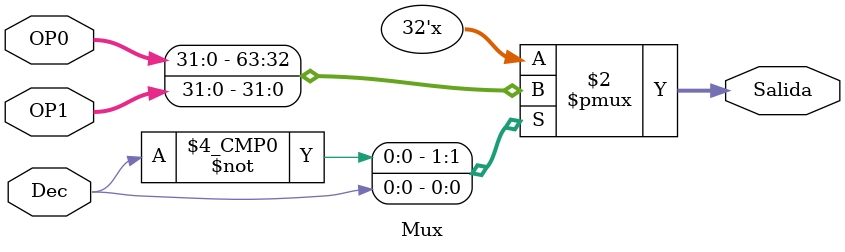
<source format=v>
`timescale 1ns/1ns

module Mux(
    input [31:0]OP0,
    input [31:0]OP1,
    input Dec,
    output reg[31:0]Salida
);

always@*
begin
  case(Dec)
    1'b0:
    begin
      Salida <= OP0;
    end

    1'b1:
    begin
      Salida <= OP1;
    end    
  endcase
end
endmodule


</source>
